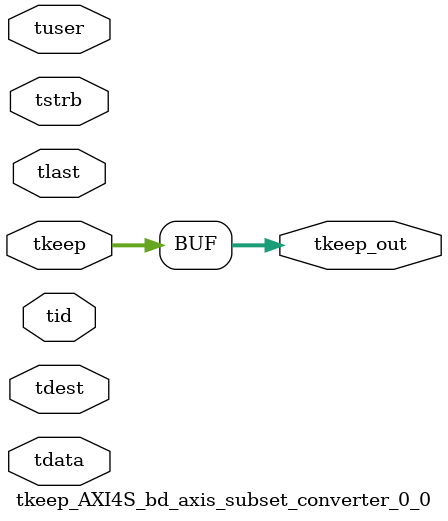
<source format=v>


`timescale 1ps/1ps

module tkeep_AXI4S_bd_axis_subset_converter_0_0 #
(
parameter C_S_AXIS_TDATA_WIDTH = 32,
parameter C_S_AXIS_TUSER_WIDTH = 0,
parameter C_S_AXIS_TID_WIDTH   = 0,
parameter C_S_AXIS_TDEST_WIDTH = 0,
parameter C_M_AXIS_TDATA_WIDTH = 32
)
(
input  [(C_S_AXIS_TDATA_WIDTH == 0 ? 1 : C_S_AXIS_TDATA_WIDTH)-1:0     ] tdata,
input  [(C_S_AXIS_TUSER_WIDTH == 0 ? 1 : C_S_AXIS_TUSER_WIDTH)-1:0     ] tuser,
input  [(C_S_AXIS_TID_WIDTH   == 0 ? 1 : C_S_AXIS_TID_WIDTH)-1:0       ] tid,
input  [(C_S_AXIS_TDEST_WIDTH == 0 ? 1 : C_S_AXIS_TDEST_WIDTH)-1:0     ] tdest,
input  [(C_S_AXIS_TDATA_WIDTH/8)-1:0 ] tkeep,
input  [(C_S_AXIS_TDATA_WIDTH/8)-1:0 ] tstrb,
input                                                                    tlast,
output [(C_M_AXIS_TDATA_WIDTH/8)-1:0 ] tkeep_out
);

assign tkeep_out = {tkeep[3:0]};

endmodule


</source>
